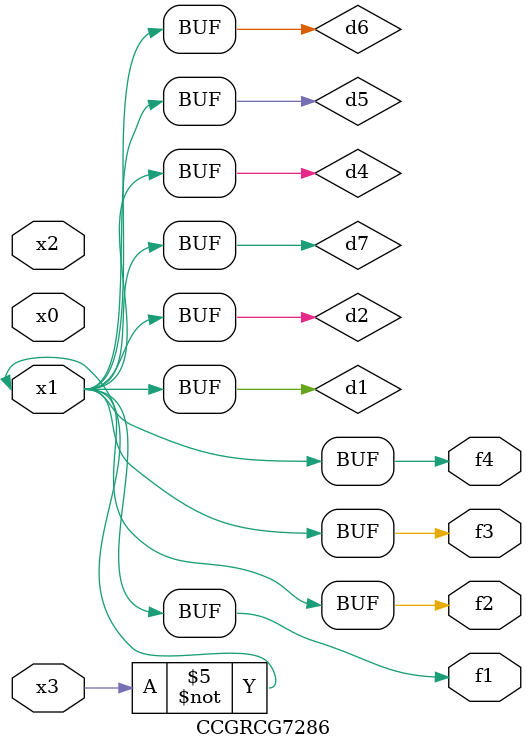
<source format=v>
module CCGRCG7286(
	input x0, x1, x2, x3,
	output f1, f2, f3, f4
);

	wire d1, d2, d3, d4, d5, d6, d7;

	not (d1, x3);
	buf (d2, x1);
	xnor (d3, d1, d2);
	nor (d4, d1);
	buf (d5, d1, d2);
	buf (d6, d4, d5);
	nand (d7, d4);
	assign f1 = d6;
	assign f2 = d7;
	assign f3 = d6;
	assign f4 = d6;
endmodule

</source>
